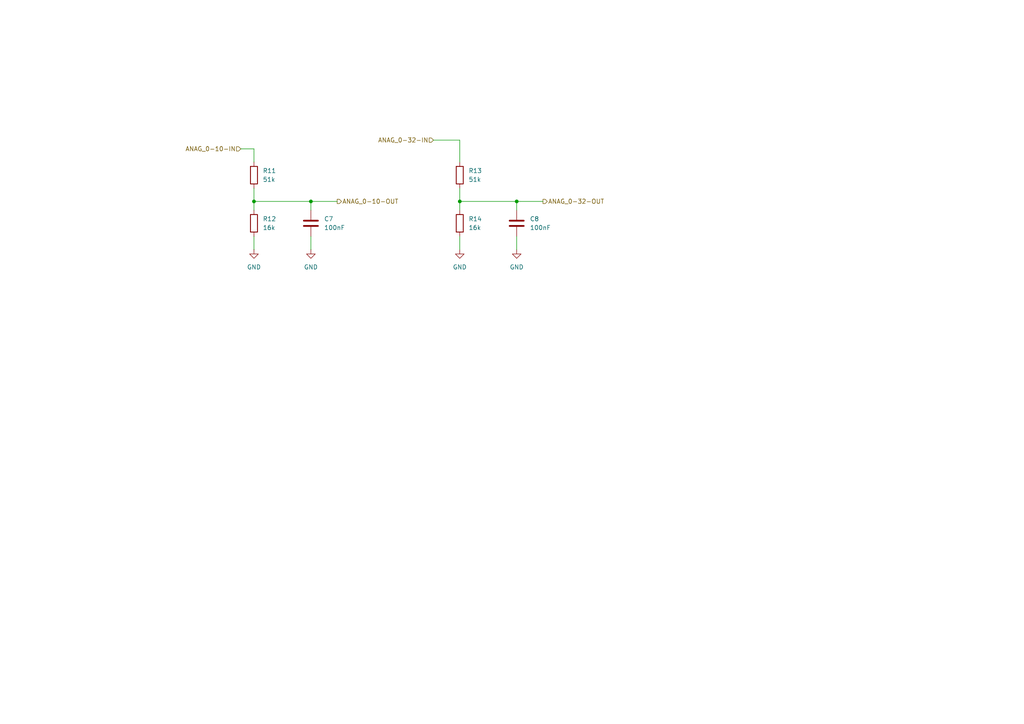
<source format=kicad_sch>
(kicad_sch
	(version 20250114)
	(generator "eeschema")
	(generator_version "9.0")
	(uuid "b80b6a25-e386-4142-aa08-fb6ae96a8f9e")
	(paper "A4")
	(lib_symbols
		(symbol "PCM_Capacitor_AKL:C_0603"
			(pin_numbers
				(hide yes)
			)
			(pin_names
				(offset 0.254)
			)
			(exclude_from_sim no)
			(in_bom yes)
			(on_board yes)
			(property "Reference" "C"
				(at 0.635 2.54 0)
				(effects
					(font
						(size 1.27 1.27)
					)
					(justify left)
				)
			)
			(property "Value" "C_0603"
				(at 0.635 -2.54 0)
				(effects
					(font
						(size 1.27 1.27)
					)
					(justify left)
				)
			)
			(property "Footprint" "PCM_Capacitor_SMD_AKL:C_0603_1608Metric"
				(at 0.9652 -3.81 0)
				(effects
					(font
						(size 1.27 1.27)
					)
					(hide yes)
				)
			)
			(property "Datasheet" "~"
				(at 0 0 0)
				(effects
					(font
						(size 1.27 1.27)
					)
					(hide yes)
				)
			)
			(property "Description" "SMD 0603 MLCC capacitor, Alternate KiCad Library"
				(at 0 0 0)
				(effects
					(font
						(size 1.27 1.27)
					)
					(hide yes)
				)
			)
			(property "ki_keywords" "cap capacitor ceramic chip mlcc smd 0603"
				(at 0 0 0)
				(effects
					(font
						(size 1.27 1.27)
					)
					(hide yes)
				)
			)
			(property "ki_fp_filters" "C_*"
				(at 0 0 0)
				(effects
					(font
						(size 1.27 1.27)
					)
					(hide yes)
				)
			)
			(symbol "C_0603_0_1"
				(polyline
					(pts
						(xy -2.032 0.762) (xy 2.032 0.762)
					)
					(stroke
						(width 0.508)
						(type default)
					)
					(fill
						(type none)
					)
				)
				(polyline
					(pts
						(xy -2.032 -0.762) (xy 2.032 -0.762)
					)
					(stroke
						(width 0.508)
						(type default)
					)
					(fill
						(type none)
					)
				)
			)
			(symbol "C_0603_0_2"
				(polyline
					(pts
						(xy -2.54 -2.54) (xy -0.381 -0.381)
					)
					(stroke
						(width 0)
						(type default)
					)
					(fill
						(type none)
					)
				)
				(polyline
					(pts
						(xy -0.508 -0.508) (xy -1.651 0.635)
					)
					(stroke
						(width 0.508)
						(type default)
					)
					(fill
						(type none)
					)
				)
				(polyline
					(pts
						(xy -0.508 -0.508) (xy 0.635 -1.651)
					)
					(stroke
						(width 0.508)
						(type default)
					)
					(fill
						(type none)
					)
				)
				(polyline
					(pts
						(xy 0.381 0.381) (xy 2.54 2.54)
					)
					(stroke
						(width 0)
						(type default)
					)
					(fill
						(type none)
					)
				)
				(polyline
					(pts
						(xy 0.508 0.508) (xy -0.635 1.651)
					)
					(stroke
						(width 0.508)
						(type default)
					)
					(fill
						(type none)
					)
				)
				(polyline
					(pts
						(xy 0.508 0.508) (xy 1.651 -0.635)
					)
					(stroke
						(width 0.508)
						(type default)
					)
					(fill
						(type none)
					)
				)
			)
			(symbol "C_0603_1_1"
				(pin passive line
					(at 0 3.81 270)
					(length 2.794)
					(name "~"
						(effects
							(font
								(size 1.27 1.27)
							)
						)
					)
					(number "1"
						(effects
							(font
								(size 1.27 1.27)
							)
						)
					)
				)
				(pin passive line
					(at 0 -3.81 90)
					(length 2.794)
					(name "~"
						(effects
							(font
								(size 1.27 1.27)
							)
						)
					)
					(number "2"
						(effects
							(font
								(size 1.27 1.27)
							)
						)
					)
				)
			)
			(symbol "C_0603_1_2"
				(pin passive line
					(at -2.54 -2.54 90)
					(length 0)
					(name "~"
						(effects
							(font
								(size 1.27 1.27)
							)
						)
					)
					(number "2"
						(effects
							(font
								(size 1.27 1.27)
							)
						)
					)
				)
				(pin passive line
					(at 2.54 2.54 270)
					(length 0)
					(name "~"
						(effects
							(font
								(size 1.27 1.27)
							)
						)
					)
					(number "1"
						(effects
							(font
								(size 1.27 1.27)
							)
						)
					)
				)
			)
			(embedded_fonts no)
		)
		(symbol "PCM_Resistor_AKL:R_0603"
			(pin_numbers
				(hide yes)
			)
			(pin_names
				(offset 0)
			)
			(exclude_from_sim no)
			(in_bom yes)
			(on_board yes)
			(property "Reference" "R"
				(at 2.54 1.27 0)
				(effects
					(font
						(size 1.27 1.27)
					)
					(justify left)
				)
			)
			(property "Value" "R_0603"
				(at 2.54 -1.27 0)
				(effects
					(font
						(size 1.27 1.27)
					)
					(justify left)
				)
			)
			(property "Footprint" "PCM_Resistor_SMD_AKL:R_0603_1608Metric"
				(at 0 -11.43 0)
				(effects
					(font
						(size 1.27 1.27)
					)
					(hide yes)
				)
			)
			(property "Datasheet" "~"
				(at 0 0 0)
				(effects
					(font
						(size 1.27 1.27)
					)
					(hide yes)
				)
			)
			(property "Description" "SMD 0603 Chip Resistor, European Symbol, Alternate KiCad Library"
				(at 0 0 0)
				(effects
					(font
						(size 1.27 1.27)
					)
					(hide yes)
				)
			)
			(property "ki_keywords" "R res resistor eu SMD 0603"
				(at 0 0 0)
				(effects
					(font
						(size 1.27 1.27)
					)
					(hide yes)
				)
			)
			(property "ki_fp_filters" "R_*"
				(at 0 0 0)
				(effects
					(font
						(size 1.27 1.27)
					)
					(hide yes)
				)
			)
			(symbol "R_0603_0_1"
				(rectangle
					(start -1.016 2.54)
					(end 1.016 -2.54)
					(stroke
						(width 0.254)
						(type default)
					)
					(fill
						(type none)
					)
				)
			)
			(symbol "R_0603_0_2"
				(polyline
					(pts
						(xy -2.54 -2.54) (xy -1.524 -1.524)
					)
					(stroke
						(width 0)
						(type default)
					)
					(fill
						(type none)
					)
				)
				(polyline
					(pts
						(xy 1.524 1.524) (xy 2.54 2.54)
					)
					(stroke
						(width 0)
						(type default)
					)
					(fill
						(type none)
					)
				)
				(polyline
					(pts
						(xy 1.524 1.524) (xy 0.889 2.159) (xy -2.159 -0.889) (xy -0.889 -2.159) (xy 2.159 0.889) (xy 1.524 1.524)
					)
					(stroke
						(width 0.254)
						(type default)
					)
					(fill
						(type none)
					)
				)
			)
			(symbol "R_0603_1_1"
				(pin passive line
					(at 0 3.81 270)
					(length 1.27)
					(name "~"
						(effects
							(font
								(size 1.27 1.27)
							)
						)
					)
					(number "1"
						(effects
							(font
								(size 1.27 1.27)
							)
						)
					)
				)
				(pin passive line
					(at 0 -3.81 90)
					(length 1.27)
					(name "~"
						(effects
							(font
								(size 1.27 1.27)
							)
						)
					)
					(number "2"
						(effects
							(font
								(size 1.27 1.27)
							)
						)
					)
				)
			)
			(symbol "R_0603_1_2"
				(pin passive line
					(at -2.54 -2.54 0)
					(length 0)
					(name ""
						(effects
							(font
								(size 1.27 1.27)
							)
						)
					)
					(number "2"
						(effects
							(font
								(size 1.27 1.27)
							)
						)
					)
				)
				(pin passive line
					(at 2.54 2.54 180)
					(length 0)
					(name ""
						(effects
							(font
								(size 1.27 1.27)
							)
						)
					)
					(number "1"
						(effects
							(font
								(size 1.27 1.27)
							)
						)
					)
				)
			)
			(embedded_fonts no)
		)
		(symbol "power:GND"
			(power)
			(pin_numbers
				(hide yes)
			)
			(pin_names
				(offset 0)
				(hide yes)
			)
			(exclude_from_sim no)
			(in_bom yes)
			(on_board yes)
			(property "Reference" "#PWR"
				(at 0 -6.35 0)
				(effects
					(font
						(size 1.27 1.27)
					)
					(hide yes)
				)
			)
			(property "Value" "GND"
				(at 0 -3.81 0)
				(effects
					(font
						(size 1.27 1.27)
					)
				)
			)
			(property "Footprint" ""
				(at 0 0 0)
				(effects
					(font
						(size 1.27 1.27)
					)
					(hide yes)
				)
			)
			(property "Datasheet" ""
				(at 0 0 0)
				(effects
					(font
						(size 1.27 1.27)
					)
					(hide yes)
				)
			)
			(property "Description" "Power symbol creates a global label with name \"GND\" , ground"
				(at 0 0 0)
				(effects
					(font
						(size 1.27 1.27)
					)
					(hide yes)
				)
			)
			(property "ki_keywords" "global power"
				(at 0 0 0)
				(effects
					(font
						(size 1.27 1.27)
					)
					(hide yes)
				)
			)
			(symbol "GND_0_1"
				(polyline
					(pts
						(xy 0 0) (xy 0 -1.27) (xy 1.27 -1.27) (xy 0 -2.54) (xy -1.27 -1.27) (xy 0 -1.27)
					)
					(stroke
						(width 0)
						(type default)
					)
					(fill
						(type none)
					)
				)
			)
			(symbol "GND_1_1"
				(pin power_in line
					(at 0 0 270)
					(length 0)
					(name "~"
						(effects
							(font
								(size 1.27 1.27)
							)
						)
					)
					(number "1"
						(effects
							(font
								(size 1.27 1.27)
							)
						)
					)
				)
			)
			(embedded_fonts no)
		)
	)
	(junction
		(at 149.86 58.42)
		(diameter 0)
		(color 0 0 0 0)
		(uuid "2d8e092b-3c4d-495d-bc26-fedef176990a")
	)
	(junction
		(at 133.35 58.42)
		(diameter 0)
		(color 0 0 0 0)
		(uuid "3b341751-ed3c-4f3b-8c2f-36cda2a54dfd")
	)
	(junction
		(at 73.66 58.42)
		(diameter 0)
		(color 0 0 0 0)
		(uuid "5483c88d-a10c-4494-89a2-d56299afd93d")
	)
	(junction
		(at 90.17 58.42)
		(diameter 0)
		(color 0 0 0 0)
		(uuid "9bfd05ca-139d-4943-a0f4-ae05f77e7955")
	)
	(wire
		(pts
			(xy 90.17 72.39) (xy 90.17 68.58)
		)
		(stroke
			(width 0)
			(type default)
		)
		(uuid "09c2a877-c484-4df9-a36b-2d7d3b5962ce")
	)
	(wire
		(pts
			(xy 73.66 54.61) (xy 73.66 58.42)
		)
		(stroke
			(width 0)
			(type default)
		)
		(uuid "0a15e870-dbea-4081-8672-b7cbe335f7e4")
	)
	(wire
		(pts
			(xy 133.35 58.42) (xy 133.35 60.96)
		)
		(stroke
			(width 0)
			(type default)
		)
		(uuid "15bc8b07-aa43-4938-83d2-6380574918d8")
	)
	(wire
		(pts
			(xy 149.86 60.96) (xy 149.86 58.42)
		)
		(stroke
			(width 0)
			(type default)
		)
		(uuid "4b7e1704-af3e-4b24-8329-c62bb7c1b2f7")
	)
	(wire
		(pts
			(xy 90.17 58.42) (xy 73.66 58.42)
		)
		(stroke
			(width 0)
			(type default)
		)
		(uuid "74ed1f6b-6e61-4dd5-a5df-b3c11c126090")
	)
	(wire
		(pts
			(xy 133.35 54.61) (xy 133.35 58.42)
		)
		(stroke
			(width 0)
			(type default)
		)
		(uuid "81d98ce6-2da3-4bd5-987c-84520bb06f78")
	)
	(wire
		(pts
			(xy 73.66 68.58) (xy 73.66 72.39)
		)
		(stroke
			(width 0)
			(type default)
		)
		(uuid "8d04e218-106b-4513-8814-aa5111c464d9")
	)
	(wire
		(pts
			(xy 149.86 58.42) (xy 133.35 58.42)
		)
		(stroke
			(width 0)
			(type default)
		)
		(uuid "9373aede-7862-4bca-a459-f4f22c13ac70")
	)
	(wire
		(pts
			(xy 73.66 46.99) (xy 73.66 43.18)
		)
		(stroke
			(width 0)
			(type default)
		)
		(uuid "94b18f44-6b24-4622-acf1-ca1883939b6c")
	)
	(wire
		(pts
			(xy 149.86 58.42) (xy 157.48 58.42)
		)
		(stroke
			(width 0)
			(type default)
		)
		(uuid "967daf81-8b0c-4227-bc78-fd9dbab3bb5e")
	)
	(wire
		(pts
			(xy 133.35 68.58) (xy 133.35 72.39)
		)
		(stroke
			(width 0)
			(type default)
		)
		(uuid "a01e5cb5-33c1-49ea-9a10-dd0ad2eee8ea")
	)
	(wire
		(pts
			(xy 133.35 40.64) (xy 133.35 46.99)
		)
		(stroke
			(width 0)
			(type default)
		)
		(uuid "a9007067-c6bd-4d6f-9aea-72dc7561e773")
	)
	(wire
		(pts
			(xy 73.66 58.42) (xy 73.66 60.96)
		)
		(stroke
			(width 0)
			(type default)
		)
		(uuid "b7a7d6d7-242f-4f20-bea2-26c3696c43e1")
	)
	(wire
		(pts
			(xy 90.17 60.96) (xy 90.17 58.42)
		)
		(stroke
			(width 0)
			(type default)
		)
		(uuid "bad7c73a-c9df-451a-8dc6-8c4040fb5762")
	)
	(wire
		(pts
			(xy 125.73 40.64) (xy 133.35 40.64)
		)
		(stroke
			(width 0)
			(type default)
		)
		(uuid "bc9ff3de-4692-43b6-88c9-bcf0865a5b24")
	)
	(wire
		(pts
			(xy 73.66 43.18) (xy 69.85 43.18)
		)
		(stroke
			(width 0)
			(type default)
		)
		(uuid "d1118466-02df-4599-a6c7-81479578c1ee")
	)
	(wire
		(pts
			(xy 90.17 58.42) (xy 97.79 58.42)
		)
		(stroke
			(width 0)
			(type default)
		)
		(uuid "d89ae172-5d5b-4c17-8f5b-730846790b89")
	)
	(wire
		(pts
			(xy 149.86 72.39) (xy 149.86 68.58)
		)
		(stroke
			(width 0)
			(type default)
		)
		(uuid "df27eb85-70cf-4275-9ee0-d47a833d7d32")
	)
	(hierarchical_label "ANAG_0-10-IN"
		(shape input)
		(at 69.85 43.18 180)
		(effects
			(font
				(size 1.27 1.27)
			)
			(justify right)
		)
		(uuid "1343bbde-b5ee-4081-af3c-0cfb28b5d362")
	)
	(hierarchical_label "ANAG_0-32-OUT"
		(shape output)
		(at 157.48 58.42 0)
		(effects
			(font
				(size 1.27 1.27)
			)
			(justify left)
		)
		(uuid "c5c7bea5-721e-49e8-93f0-0efeed507862")
	)
	(hierarchical_label "ANAG_0-32-IN"
		(shape input)
		(at 125.73 40.64 180)
		(effects
			(font
				(size 1.27 1.27)
			)
			(justify right)
		)
		(uuid "dda0cec4-3249-440e-973e-62a9ac71fa75")
	)
	(hierarchical_label "ANAG_0-10-OUT"
		(shape output)
		(at 97.79 58.42 0)
		(effects
			(font
				(size 1.27 1.27)
			)
			(justify left)
		)
		(uuid "f80ffcb0-c96b-45fc-93ea-90927b01069d")
	)
	(symbol
		(lib_id "power:GND")
		(at 90.17 72.39 0)
		(unit 1)
		(exclude_from_sim no)
		(in_bom yes)
		(on_board yes)
		(dnp no)
		(fields_autoplaced yes)
		(uuid "2fc04767-f19c-4887-8685-cd3d6fc0ca35")
		(property "Reference" "#PWR035"
			(at 90.17 78.74 0)
			(effects
				(font
					(size 1.27 1.27)
				)
				(hide yes)
			)
		)
		(property "Value" "GND"
			(at 90.17 77.47 0)
			(effects
				(font
					(size 1.27 1.27)
				)
			)
		)
		(property "Footprint" ""
			(at 90.17 72.39 0)
			(effects
				(font
					(size 1.27 1.27)
				)
				(hide yes)
			)
		)
		(property "Datasheet" ""
			(at 90.17 72.39 0)
			(effects
				(font
					(size 1.27 1.27)
				)
				(hide yes)
			)
		)
		(property "Description" "Power symbol creates a global label with name \"GND\" , ground"
			(at 90.17 72.39 0)
			(effects
				(font
					(size 1.27 1.27)
				)
				(hide yes)
			)
		)
		(pin "1"
			(uuid "74d94b2f-fe61-4f8c-b4f2-129bbc90a84d")
		)
		(instances
			(project "PCB2"
				(path "/65bd0161-ef9e-46bf-8f53-5e79265dec38/b9169cbc-15eb-4442-a6f5-930282d069c3/46635945-41b2-40e0-b4c7-085afe919edc"
					(reference "#PWR035")
					(unit 1)
				)
			)
		)
	)
	(symbol
		(lib_id "PCM_Resistor_AKL:R_0603")
		(at 73.66 50.8 0)
		(unit 1)
		(exclude_from_sim no)
		(in_bom yes)
		(on_board yes)
		(dnp no)
		(fields_autoplaced yes)
		(uuid "619fdbc7-29df-4105-920a-94e46da761ac")
		(property "Reference" "R11"
			(at 76.2 49.5299 0)
			(effects
				(font
					(size 1.27 1.27)
				)
				(justify left)
			)
		)
		(property "Value" "51k"
			(at 76.2 52.0699 0)
			(effects
				(font
					(size 1.27 1.27)
				)
				(justify left)
			)
		)
		(property "Footprint" "PCM_Resistor_SMD_AKL:R_0603_1608Metric"
			(at 73.66 62.23 0)
			(effects
				(font
					(size 1.27 1.27)
				)
				(hide yes)
			)
		)
		(property "Datasheet" "~"
			(at 73.66 50.8 0)
			(effects
				(font
					(size 1.27 1.27)
				)
				(hide yes)
			)
		)
		(property "Description" "SMD 0603 Chip Resistor, European Symbol, Alternate KiCad Library"
			(at 73.66 50.8 0)
			(effects
				(font
					(size 1.27 1.27)
				)
				(hide yes)
			)
		)
		(pin "1"
			(uuid "6fc03a61-8db8-4aae-9e9b-a8dfd4f9c378")
		)
		(pin "2"
			(uuid "0ff93b00-c0d8-48b9-b2fb-183d6cb1de2b")
		)
		(instances
			(project "PCB2"
				(path "/65bd0161-ef9e-46bf-8f53-5e79265dec38/b9169cbc-15eb-4442-a6f5-930282d069c3/46635945-41b2-40e0-b4c7-085afe919edc"
					(reference "R11")
					(unit 1)
				)
			)
		)
	)
	(symbol
		(lib_id "power:GND")
		(at 133.35 72.39 0)
		(unit 1)
		(exclude_from_sim no)
		(in_bom yes)
		(on_board yes)
		(dnp no)
		(fields_autoplaced yes)
		(uuid "65f45510-54ae-483b-8e1d-8d8243ebd687")
		(property "Reference" "#PWR036"
			(at 133.35 78.74 0)
			(effects
				(font
					(size 1.27 1.27)
				)
				(hide yes)
			)
		)
		(property "Value" "GND"
			(at 133.35 77.47 0)
			(effects
				(font
					(size 1.27 1.27)
				)
			)
		)
		(property "Footprint" ""
			(at 133.35 72.39 0)
			(effects
				(font
					(size 1.27 1.27)
				)
				(hide yes)
			)
		)
		(property "Datasheet" ""
			(at 133.35 72.39 0)
			(effects
				(font
					(size 1.27 1.27)
				)
				(hide yes)
			)
		)
		(property "Description" "Power symbol creates a global label with name \"GND\" , ground"
			(at 133.35 72.39 0)
			(effects
				(font
					(size 1.27 1.27)
				)
				(hide yes)
			)
		)
		(pin "1"
			(uuid "95165f1d-8662-4a49-acee-d3d8563ec077")
		)
		(instances
			(project "PCB2"
				(path "/65bd0161-ef9e-46bf-8f53-5e79265dec38/b9169cbc-15eb-4442-a6f5-930282d069c3/46635945-41b2-40e0-b4c7-085afe919edc"
					(reference "#PWR036")
					(unit 1)
				)
			)
		)
	)
	(symbol
		(lib_id "PCM_Resistor_AKL:R_0603")
		(at 73.66 64.77 0)
		(unit 1)
		(exclude_from_sim no)
		(in_bom yes)
		(on_board yes)
		(dnp no)
		(fields_autoplaced yes)
		(uuid "8971e656-870c-4d9d-9e83-9b332f14e176")
		(property "Reference" "R12"
			(at 76.2 63.4999 0)
			(effects
				(font
					(size 1.27 1.27)
				)
				(justify left)
			)
		)
		(property "Value" "16k"
			(at 76.2 66.0399 0)
			(effects
				(font
					(size 1.27 1.27)
				)
				(justify left)
			)
		)
		(property "Footprint" "PCM_Resistor_SMD_AKL:R_0603_1608Metric"
			(at 73.66 76.2 0)
			(effects
				(font
					(size 1.27 1.27)
				)
				(hide yes)
			)
		)
		(property "Datasheet" "~"
			(at 73.66 64.77 0)
			(effects
				(font
					(size 1.27 1.27)
				)
				(hide yes)
			)
		)
		(property "Description" "SMD 0603 Chip Resistor, European Symbol, Alternate KiCad Library"
			(at 73.66 64.77 0)
			(effects
				(font
					(size 1.27 1.27)
				)
				(hide yes)
			)
		)
		(pin "1"
			(uuid "bbc27404-0e5b-4643-95c7-cd82bc0b6aba")
		)
		(pin "2"
			(uuid "ac187b08-5d38-4a43-9773-6b864af8bbec")
		)
		(instances
			(project "PCB2"
				(path "/65bd0161-ef9e-46bf-8f53-5e79265dec38/b9169cbc-15eb-4442-a6f5-930282d069c3/46635945-41b2-40e0-b4c7-085afe919edc"
					(reference "R12")
					(unit 1)
				)
			)
		)
	)
	(symbol
		(lib_id "power:GND")
		(at 73.66 72.39 0)
		(unit 1)
		(exclude_from_sim no)
		(in_bom yes)
		(on_board yes)
		(dnp no)
		(fields_autoplaced yes)
		(uuid "af941f60-2530-4828-8132-ee1d6cf4e856")
		(property "Reference" "#PWR034"
			(at 73.66 78.74 0)
			(effects
				(font
					(size 1.27 1.27)
				)
				(hide yes)
			)
		)
		(property "Value" "GND"
			(at 73.66 77.47 0)
			(effects
				(font
					(size 1.27 1.27)
				)
			)
		)
		(property "Footprint" ""
			(at 73.66 72.39 0)
			(effects
				(font
					(size 1.27 1.27)
				)
				(hide yes)
			)
		)
		(property "Datasheet" ""
			(at 73.66 72.39 0)
			(effects
				(font
					(size 1.27 1.27)
				)
				(hide yes)
			)
		)
		(property "Description" "Power symbol creates a global label with name \"GND\" , ground"
			(at 73.66 72.39 0)
			(effects
				(font
					(size 1.27 1.27)
				)
				(hide yes)
			)
		)
		(pin "1"
			(uuid "7997785e-12d6-4d63-9389-61fedf855f51")
		)
		(instances
			(project "PCB2"
				(path "/65bd0161-ef9e-46bf-8f53-5e79265dec38/b9169cbc-15eb-4442-a6f5-930282d069c3/46635945-41b2-40e0-b4c7-085afe919edc"
					(reference "#PWR034")
					(unit 1)
				)
			)
		)
	)
	(symbol
		(lib_id "PCM_Capacitor_AKL:C_0603")
		(at 90.17 64.77 0)
		(unit 1)
		(exclude_from_sim no)
		(in_bom yes)
		(on_board yes)
		(dnp no)
		(fields_autoplaced yes)
		(uuid "bd1888e1-29c7-48c0-a13e-aeed11c8d3c3")
		(property "Reference" "C7"
			(at 93.98 63.4999 0)
			(effects
				(font
					(size 1.27 1.27)
				)
				(justify left)
			)
		)
		(property "Value" "100nF"
			(at 93.98 66.0399 0)
			(effects
				(font
					(size 1.27 1.27)
				)
				(justify left)
			)
		)
		(property "Footprint" "PCM_Capacitor_SMD_AKL:C_0603_1608Metric"
			(at 91.1352 68.58 0)
			(effects
				(font
					(size 1.27 1.27)
				)
				(hide yes)
			)
		)
		(property "Datasheet" "~"
			(at 90.17 64.77 0)
			(effects
				(font
					(size 1.27 1.27)
				)
				(hide yes)
			)
		)
		(property "Description" "SMD 0603 MLCC capacitor, Alternate KiCad Library"
			(at 90.17 64.77 0)
			(effects
				(font
					(size 1.27 1.27)
				)
				(hide yes)
			)
		)
		(pin "1"
			(uuid "ee0d3ce0-b410-40a2-8858-d5d2b008d914")
		)
		(pin "2"
			(uuid "82518e3d-cf86-4f25-87a2-b4f201ab5b2f")
		)
		(instances
			(project "PCB2"
				(path "/65bd0161-ef9e-46bf-8f53-5e79265dec38/b9169cbc-15eb-4442-a6f5-930282d069c3/46635945-41b2-40e0-b4c7-085afe919edc"
					(reference "C7")
					(unit 1)
				)
			)
		)
	)
	(symbol
		(lib_id "PCM_Resistor_AKL:R_0603")
		(at 133.35 64.77 0)
		(unit 1)
		(exclude_from_sim no)
		(in_bom yes)
		(on_board yes)
		(dnp no)
		(fields_autoplaced yes)
		(uuid "bda47120-3f26-4396-9e52-a34963394a1c")
		(property "Reference" "R14"
			(at 135.89 63.4999 0)
			(effects
				(font
					(size 1.27 1.27)
				)
				(justify left)
			)
		)
		(property "Value" "16k"
			(at 135.89 66.0399 0)
			(effects
				(font
					(size 1.27 1.27)
				)
				(justify left)
			)
		)
		(property "Footprint" "PCM_Resistor_SMD_AKL:R_0603_1608Metric"
			(at 133.35 76.2 0)
			(effects
				(font
					(size 1.27 1.27)
				)
				(hide yes)
			)
		)
		(property "Datasheet" "~"
			(at 133.35 64.77 0)
			(effects
				(font
					(size 1.27 1.27)
				)
				(hide yes)
			)
		)
		(property "Description" "SMD 0603 Chip Resistor, European Symbol, Alternate KiCad Library"
			(at 133.35 64.77 0)
			(effects
				(font
					(size 1.27 1.27)
				)
				(hide yes)
			)
		)
		(pin "1"
			(uuid "274ad2aa-77a0-407c-b005-3f8e2d8323fb")
		)
		(pin "2"
			(uuid "b17ae082-d323-494e-8efd-cbee15485459")
		)
		(instances
			(project "PCB2"
				(path "/65bd0161-ef9e-46bf-8f53-5e79265dec38/b9169cbc-15eb-4442-a6f5-930282d069c3/46635945-41b2-40e0-b4c7-085afe919edc"
					(reference "R14")
					(unit 1)
				)
			)
		)
	)
	(symbol
		(lib_id "PCM_Capacitor_AKL:C_0603")
		(at 149.86 64.77 0)
		(unit 1)
		(exclude_from_sim no)
		(in_bom yes)
		(on_board yes)
		(dnp no)
		(fields_autoplaced yes)
		(uuid "e33609d1-5704-4fcf-b810-850eceac18f8")
		(property "Reference" "C8"
			(at 153.67 63.4999 0)
			(effects
				(font
					(size 1.27 1.27)
				)
				(justify left)
			)
		)
		(property "Value" "100nF"
			(at 153.67 66.0399 0)
			(effects
				(font
					(size 1.27 1.27)
				)
				(justify left)
			)
		)
		(property "Footprint" "PCM_Capacitor_SMD_AKL:C_0603_1608Metric"
			(at 150.8252 68.58 0)
			(effects
				(font
					(size 1.27 1.27)
				)
				(hide yes)
			)
		)
		(property "Datasheet" "~"
			(at 149.86 64.77 0)
			(effects
				(font
					(size 1.27 1.27)
				)
				(hide yes)
			)
		)
		(property "Description" "SMD 0603 MLCC capacitor, Alternate KiCad Library"
			(at 149.86 64.77 0)
			(effects
				(font
					(size 1.27 1.27)
				)
				(hide yes)
			)
		)
		(pin "1"
			(uuid "9fbc3be6-79af-4d4d-8365-07cd60ca39ef")
		)
		(pin "2"
			(uuid "21ca2289-03d1-4643-8eef-5d6da3a3200e")
		)
		(instances
			(project "PCB2"
				(path "/65bd0161-ef9e-46bf-8f53-5e79265dec38/b9169cbc-15eb-4442-a6f5-930282d069c3/46635945-41b2-40e0-b4c7-085afe919edc"
					(reference "C8")
					(unit 1)
				)
			)
		)
	)
	(symbol
		(lib_id "power:GND")
		(at 149.86 72.39 0)
		(unit 1)
		(exclude_from_sim no)
		(in_bom yes)
		(on_board yes)
		(dnp no)
		(fields_autoplaced yes)
		(uuid "e48fd92a-c94d-4a77-9f45-cc40d195d154")
		(property "Reference" "#PWR037"
			(at 149.86 78.74 0)
			(effects
				(font
					(size 1.27 1.27)
				)
				(hide yes)
			)
		)
		(property "Value" "GND"
			(at 149.86 77.47 0)
			(effects
				(font
					(size 1.27 1.27)
				)
			)
		)
		(property "Footprint" ""
			(at 149.86 72.39 0)
			(effects
				(font
					(size 1.27 1.27)
				)
				(hide yes)
			)
		)
		(property "Datasheet" ""
			(at 149.86 72.39 0)
			(effects
				(font
					(size 1.27 1.27)
				)
				(hide yes)
			)
		)
		(property "Description" "Power symbol creates a global label with name \"GND\" , ground"
			(at 149.86 72.39 0)
			(effects
				(font
					(size 1.27 1.27)
				)
				(hide yes)
			)
		)
		(pin "1"
			(uuid "12d418da-e9c8-471c-a83d-e18f0597a0f7")
		)
		(instances
			(project "PCB2"
				(path "/65bd0161-ef9e-46bf-8f53-5e79265dec38/b9169cbc-15eb-4442-a6f5-930282d069c3/46635945-41b2-40e0-b4c7-085afe919edc"
					(reference "#PWR037")
					(unit 1)
				)
			)
		)
	)
	(symbol
		(lib_id "PCM_Resistor_AKL:R_0603")
		(at 133.35 50.8 0)
		(unit 1)
		(exclude_from_sim no)
		(in_bom yes)
		(on_board yes)
		(dnp no)
		(fields_autoplaced yes)
		(uuid "fdb27467-b11d-4fa8-9b1c-16c663aa7797")
		(property "Reference" "R13"
			(at 135.89 49.5299 0)
			(effects
				(font
					(size 1.27 1.27)
				)
				(justify left)
			)
		)
		(property "Value" "51k"
			(at 135.89 52.0699 0)
			(effects
				(font
					(size 1.27 1.27)
				)
				(justify left)
			)
		)
		(property "Footprint" "PCM_Resistor_SMD_AKL:R_0603_1608Metric"
			(at 133.35 62.23 0)
			(effects
				(font
					(size 1.27 1.27)
				)
				(hide yes)
			)
		)
		(property "Datasheet" "~"
			(at 133.35 50.8 0)
			(effects
				(font
					(size 1.27 1.27)
				)
				(hide yes)
			)
		)
		(property "Description" "SMD 0603 Chip Resistor, European Symbol, Alternate KiCad Library"
			(at 133.35 50.8 0)
			(effects
				(font
					(size 1.27 1.27)
				)
				(hide yes)
			)
		)
		(pin "1"
			(uuid "3d7621fa-9c5a-4edc-958a-5edb55deaccc")
		)
		(pin "2"
			(uuid "ff1bfe89-dd10-4b2a-898a-889faa8c9f27")
		)
		(instances
			(project "PCB2"
				(path "/65bd0161-ef9e-46bf-8f53-5e79265dec38/b9169cbc-15eb-4442-a6f5-930282d069c3/46635945-41b2-40e0-b4c7-085afe919edc"
					(reference "R13")
					(unit 1)
				)
			)
		)
	)
)

</source>
